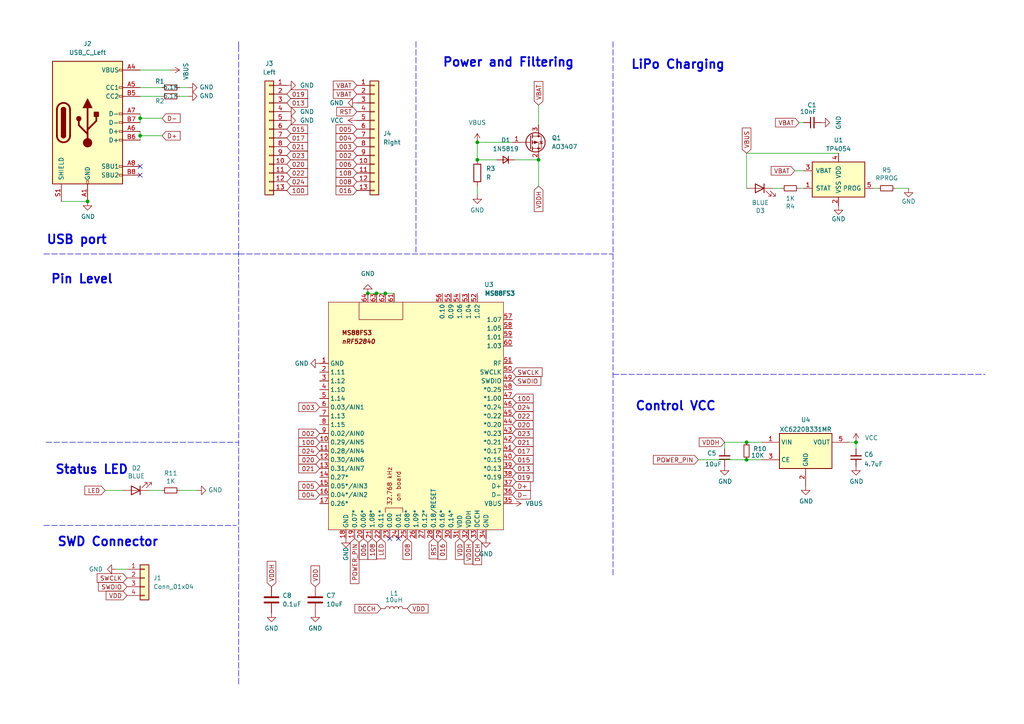
<source format=kicad_sch>
(kicad_sch (version 20211123) (generator eeschema)
  (paper "A4")
  (lib_symbols
    (symbol "Battery_Management:MCP73831-3-OT" (pin_names (offset 1.016))
      (property "Reference" "U" (at -7.62 6.35 0))
      (property "Value" "MCP73831-3-OT" (at 1.27 6.35 0))
      (symbol "MCP73831-3-OT_0_1"
        (rectangle (start -7.62 5.08) (end 7.62 -5.08) (stroke (width 0.254)) (fill (type background)))
      )
      (symbol "MCP73831-3-OT_1_1"
        (pin output line (at 10.16 -2.54 180) (length 2.54) (name "STAT") (number "1"))
        (pin power_in line (at 0 -7.62 90) (length 2.54) (name "VSS") (number "2"))
        (pin power_out line (at 10.16 2.54 180) (length 2.54) (name "VBAT") (number "3"))
        (pin power_in line (at 0 7.62 270) (length 2.54) (name "VDD") (number "4"))
        (pin input line (at -10.16 -2.54 0) (length 2.54) (name "PROG") (number "5"))
      )
    )
    (symbol "Connector:USB_C_Receptacle_USB2.0" (pin_names (offset 1.016))
      (property "Reference" "J" (at -10.16 19.05 0))
      (property "Value" "USB_C_Receptacle_USB2.0" (at 19.05 19.05 0))
      (symbol "USB_C_Receptacle_USB2.0_0_0"
        (rectangle (start -0.254 -17.78) (end 0.254 -16.764))
        (rectangle (start 10.16 -14.986) (end 9.144 -15.494))
        (rectangle (start 10.16 -12.446) (end 9.144 -12.954))
        (rectangle (start 10.16 -4.826) (end 9.144 -5.334))
        (rectangle (start 10.16 -2.286) (end 9.144 -2.794))
        (rectangle (start 10.16 0.254) (end 9.144 -0.254))
        (rectangle (start 10.16 2.794) (end 9.144 2.286))
        (rectangle (start 10.16 7.874) (end 9.144 7.366))
        (rectangle (start 10.16 10.414) (end 9.144 9.906))
        (rectangle (start 10.16 15.494) (end 9.144 14.986))
      )
      (symbol "USB_C_Receptacle_USB2.0_0_1"
        (rectangle (start -10.16 17.78) (end 10.16 -17.78) (stroke (width 0.254)) (fill (type background)))
        (arc (start -8.89 -3.81) (mid -6.985 -5.715) (end -5.08 -3.81) (stroke (width 0.508)))
        (arc (start -7.62 -3.81) (mid -6.985 -4.445) (end -6.35 -3.81) (stroke (width 0.254)))
        (arc (start -7.62 -3.81) (mid -6.985 -4.445) (end -6.35 -3.81) (stroke (width 0.254)) (fill (type outline)))
        (rectangle (start -7.62 -3.81) (end -6.35 3.81) (stroke (width 0.254)) (fill (type outline)))
        (arc (start -6.35 3.81) (mid -6.985 4.445) (end -7.62 3.81) (stroke (width 0.254)))
        (arc (start -6.35 3.81) (mid -6.985 4.445) (end -7.62 3.81) (stroke (width 0.254)) (fill (type outline)))
        (arc (start -5.08 3.81) (mid -6.985 5.715) (end -8.89 3.81) (stroke (width 0.508)))
        (circle (center -2.54 1.143) (radius 0.635) (stroke (width 0.254)) (fill (type outline)))
        (circle (center 0 -5.842) (radius 1.27) (fill (type outline)))
        (polyline (pts (xy -8.89 -3.81) (xy -8.89 3.81)) (stroke (width 0.508)))
        (polyline (pts (xy -5.08 3.81) (xy -5.08 -3.81)) (stroke (width 0.508)))
        (polyline (pts (xy 0 -5.842) (xy 0 4.318)) (stroke (width 0.508)))
        (polyline (pts (xy 0 -3.302) (xy -2.54 -0.762) (xy -2.54 0.508)) (stroke (width 0.508)))
        (polyline (pts (xy 0 -2.032) (xy 2.54 0.508) (xy 2.54 1.778)) (stroke (width 0.508)))
        (polyline (pts (xy -1.27 4.318) (xy 0 6.858) (xy 1.27 4.318) (xy -1.27 4.318)) (stroke (width 0.254)) (fill (type outline)))
        (rectangle (start 1.905 1.778) (end 3.175 3.048) (stroke (width 0.254)) (fill (type outline)))
      )
      (symbol "USB_C_Receptacle_USB2.0_1_1"
        (pin passive line (at 0 -22.86 90) (length 5.08) (name "GND") (number "A1"))
        (pin passive line (at 0 -22.86 90) (length 5.08) hide (name "GND") (number "A12"))
        (pin passive line (at 15.24 15.24 180) (length 5.08) (name "VBUS") (number "A4"))
        (pin bidirectional line (at 15.24 10.16 180) (length 5.08) (name "CC1") (number "A5"))
        (pin bidirectional line (at 15.24 -2.54 180) (length 5.08) (name "D+") (number "A6"))
        (pin bidirectional line (at 15.24 2.54 180) (length 5.08) (name "D-") (number "A7"))
        (pin bidirectional line (at 15.24 -12.7 180) (length 5.08) (name "SBU1") (number "A8"))
        (pin passive line (at 15.24 15.24 180) (length 5.08) hide (name "VBUS") (number "A9"))
        (pin passive line (at 0 -22.86 90) (length 5.08) hide (name "GND") (number "B1"))
        (pin passive line (at 0 -22.86 90) (length 5.08) hide (name "GND") (number "B12"))
        (pin passive line (at 15.24 15.24 180) (length 5.08) hide (name "VBUS") (number "B4"))
        (pin bidirectional line (at 15.24 7.62 180) (length 5.08) (name "CC2") (number "B5"))
        (pin bidirectional line (at 15.24 -5.08 180) (length 5.08) (name "D+") (number "B6"))
        (pin bidirectional line (at 15.24 0 180) (length 5.08) (name "D-") (number "B7"))
        (pin bidirectional line (at 15.24 -15.24 180) (length 5.08) (name "SBU2") (number "B8"))
        (pin passive line (at 15.24 15.24 180) (length 5.08) hide (name "VBUS") (number "B9"))
        (pin passive line (at -7.62 -22.86 90) (length 5.08) (name "SHIELD") (number "S1"))
      )
    )
    (symbol "Connector_Generic:Conn_01x04" (pin_names (offset 1.016) hide)
      (property "Reference" "J" (at 0 5.08 0))
      (property "Value" "Conn_01x04" (at 0 -7.62 0))
      (symbol "Conn_01x04_1_1"
        (rectangle (start -1.27 -4.953) (end 0 -5.207) (stroke (width 0.1524)))
        (rectangle (start -1.27 -2.413) (end 0 -2.667) (stroke (width 0.1524)))
        (rectangle (start -1.27 0.127) (end 0 -0.127) (stroke (width 0.1524)))
        (rectangle (start -1.27 2.667) (end 0 2.413) (stroke (width 0.1524)))
        (rectangle (start -1.27 3.81) (end 1.27 -6.35) (stroke (width 0.254)) (fill (type background)))
        (pin passive line (at -5.08 2.54 0) (length 3.81) (name "Pin_1") (number "1"))
        (pin passive line (at -5.08 0 0) (length 3.81) (name "Pin_2") (number "2"))
        (pin passive line (at -5.08 -2.54 0) (length 3.81) (name "Pin_3") (number "3"))
        (pin passive line (at -5.08 -5.08 0) (length 3.81) (name "Pin_4") (number "4"))
      )
    )
    (symbol "Connector_Generic:Conn_01x13" (pin_names (offset 1.016) hide)
      (property "Reference" "J" (at 0 17.78 0))
      (property "Value" "Conn_01x13" (at 0 -17.78 0))
      (symbol "Conn_01x13_1_1"
        (rectangle (start -1.27 -15.113) (end 0 -15.367) (stroke (width 0.1524)))
        (rectangle (start -1.27 -12.573) (end 0 -12.827) (stroke (width 0.1524)))
        (rectangle (start -1.27 -10.033) (end 0 -10.287) (stroke (width 0.1524)))
        (rectangle (start -1.27 -7.493) (end 0 -7.747) (stroke (width 0.1524)))
        (rectangle (start -1.27 -4.953) (end 0 -5.207) (stroke (width 0.1524)))
        (rectangle (start -1.27 -2.413) (end 0 -2.667) (stroke (width 0.1524)))
        (rectangle (start -1.27 0.127) (end 0 -0.127) (stroke (width 0.1524)))
        (rectangle (start -1.27 2.667) (end 0 2.413) (stroke (width 0.1524)))
        (rectangle (start -1.27 5.207) (end 0 4.953) (stroke (width 0.1524)))
        (rectangle (start -1.27 7.747) (end 0 7.493) (stroke (width 0.1524)))
        (rectangle (start -1.27 10.287) (end 0 10.033) (stroke (width 0.1524)))
        (rectangle (start -1.27 12.827) (end 0 12.573) (stroke (width 0.1524)))
        (rectangle (start -1.27 15.367) (end 0 15.113) (stroke (width 0.1524)))
        (rectangle (start -1.27 16.51) (end 1.27 -16.51) (stroke (width 0.254)) (fill (type background)))
        (pin passive line (at -5.08 15.24 0) (length 3.81) (name "Pin_1") (number "1"))
        (pin passive line (at -5.08 -7.62 0) (length 3.81) (name "Pin_10") (number "10"))
        (pin passive line (at -5.08 -10.16 0) (length 3.81) (name "Pin_11") (number "11"))
        (pin passive line (at -5.08 -12.7 0) (length 3.81) (name "Pin_12") (number "12"))
        (pin passive line (at -5.08 -15.24 0) (length 3.81) (name "Pin_13") (number "13"))
        (pin passive line (at -5.08 12.7 0) (length 3.81) (name "Pin_2") (number "2"))
        (pin passive line (at -5.08 10.16 0) (length 3.81) (name "Pin_3") (number "3"))
        (pin passive line (at -5.08 7.62 0) (length 3.81) (name "Pin_4") (number "4"))
        (pin passive line (at -5.08 5.08 0) (length 3.81) (name "Pin_5") (number "5"))
        (pin passive line (at -5.08 2.54 0) (length 3.81) (name "Pin_6") (number "6"))
        (pin passive line (at -5.08 0 0) (length 3.81) (name "Pin_7") (number "7"))
        (pin passive line (at -5.08 -2.54 0) (length 3.81) (name "Pin_8") (number "8"))
        (pin passive line (at -5.08 -5.08 0) (length 3.81) (name "Pin_9") (number "9"))
      )
    )
    (symbol "Device:C" (pin_numbers hide) (pin_names (offset 0.254))
      (property "Reference" "C" (at 0.635 2.54 0))
      (property "Value" "C" (at 0.635 -2.54 0))
      (symbol "C_0_1"
        (polyline (pts (xy -2.032 -0.762) (xy 2.032 -0.762)) (stroke (width 0.508)))
        (polyline (pts (xy -2.032 0.762) (xy 2.032 0.762)) (stroke (width 0.508)))
      )
      (symbol "C_1_1"
        (pin passive line (at 0 3.81 270) (length 2.794) (name "~") (number "1"))
        (pin passive line (at 0 -3.81 90) (length 2.794) (name "~") (number "2"))
      )
    )
    (symbol "Device:C_Small" (pin_numbers hide) (pin_names (offset 0.254) hide)
      (property "Reference" "C" (at 0.254 1.778 0))
      (property "Value" "C_Small" (at 0.254 -2.032 0))
      (symbol "C_Small_0_1"
        (polyline (pts (xy -1.524 -0.508) (xy 1.524 -0.508)) (stroke (width 0.3302)))
        (polyline (pts (xy -1.524 0.508) (xy 1.524 0.508)) (stroke (width 0.3048)))
      )
      (symbol "C_Small_1_1"
        (pin passive line (at 0 2.54 270) (length 2.032) (name "~") (number "1"))
        (pin passive line (at 0 -2.54 90) (length 2.032) (name "~") (number "2"))
      )
    )
    (symbol "Device:D_Small" (pin_numbers hide) (pin_names (offset 0.254) hide)
      (property "Reference" "D" (at -1.27 2.032 0))
      (property "Value" "D_Small" (at -3.81 -2.032 0))
      (symbol "D_Small_0_1"
        (polyline (pts (xy -0.762 -1.016) (xy -0.762 1.016)) (stroke (width 0.254)))
        (polyline (pts (xy -0.762 0) (xy 0.762 0)))
        (polyline (pts (xy 0.762 -1.016) (xy -0.762 0) (xy 0.762 1.016) (xy 0.762 -1.016)) (stroke (width 0.254)))
      )
      (symbol "D_Small_1_1"
        (pin passive line (at -2.54 0 0) (length 1.778) (name "K") (number "1"))
        (pin passive line (at 2.54 0 180) (length 1.778) (name "A") (number "2"))
      )
    )
    (symbol "Device:L" (pin_numbers hide) (pin_names (offset 1.016) hide)
      (property "Reference" "L" (at -1.27 0 90))
      (property "Value" "L" (at 1.905 0 90))
      (symbol "L_0_1"
        (arc (start 0 -2.54) (mid 0.635 -1.905) (end 0 -1.27))
        (arc (start 0 -1.27) (mid 0.635 -0.635) (end 0 0))
        (arc (start 0 0) (mid 0.635 0.635) (end 0 1.27))
        (arc (start 0 1.27) (mid 0.635 1.905) (end 0 2.54))
      )
      (symbol "L_1_1"
        (pin passive line (at 0 3.81 270) (length 1.27) (name "1") (number "1"))
        (pin passive line (at 0 -3.81 90) (length 1.27) (name "2") (number "2"))
      )
    )
    (symbol "Device:LED" (pin_numbers hide) (pin_names (offset 1.016) hide)
      (property "Reference" "D" (at 0 2.54 0))
      (property "Value" "LED" (at 0 -2.54 0))
      (symbol "LED_0_1"
        (polyline (pts (xy -1.27 -1.27) (xy -1.27 1.27)) (stroke (width 0.254)))
        (polyline (pts (xy -1.27 0) (xy 1.27 0)))
        (polyline (pts (xy 1.27 -1.27) (xy 1.27 1.27) (xy -1.27 0) (xy 1.27 -1.27)) (stroke (width 0.254)))
        (polyline (pts (xy -3.048 -0.762) (xy -4.572 -2.286) (xy -3.81 -2.286) (xy -4.572 -2.286) (xy -4.572 -1.524)))
        (polyline (pts (xy -1.778 -0.762) (xy -3.302 -2.286) (xy -2.54 -2.286) (xy -3.302 -2.286) (xy -3.302 -1.524)))
      )
      (symbol "LED_1_1"
        (pin passive line (at -3.81 0 0) (length 2.54) (name "K") (number "1"))
        (pin passive line (at 3.81 0 180) (length 2.54) (name "A") (number "2"))
      )
    )
    (symbol "Device:R" (pin_numbers hide) (pin_names (offset 0))
      (property "Reference" "R" (at 2.032 0 90))
      (property "Value" "R" (at 0 0 90))
      (symbol "R_0_1"
        (rectangle (start -1.016 -2.54) (end 1.016 2.54) (stroke (width 0.254)))
      )
      (symbol "R_1_1"
        (pin passive line (at 0 3.81 270) (length 1.27) (name "~") (number "1"))
        (pin passive line (at 0 -3.81 90) (length 1.27) (name "~") (number "2"))
      )
    )
    (symbol "Device:R_Small" (pin_numbers hide) (pin_names (offset 0.254) hide)
      (property "Reference" "R" (at 0.762 0.508 0))
      (property "Value" "R_Small" (at 0.762 -1.016 0))
      (symbol "R_Small_0_1"
        (rectangle (start -0.762 1.778) (end 0.762 -1.778) (stroke (width 0.2032)))
      )
      (symbol "R_Small_1_1"
        (pin passive line (at 0 2.54 270) (length 0.762) (name "~") (number "1"))
        (pin passive line (at 0 -2.54 90) (length 0.762) (name "~") (number "2"))
      )
    )
    (symbol "Regulator_Linear:XC6220B331MR"
      (property "Reference" "U" (at 0 8.89 0))
      (property "Value" "XC6220B331MR" (at 0 6.35 0))
      (symbol "XC6220B331MR_0_1"
        (rectangle (start -7.62 5.08) (end 7.62 -5.08) (stroke (width 0.254)) (fill (type background)))
      )
      (symbol "XC6220B331MR_1_1"
        (pin power_in line (at -12.7 2.54 0) (length 5.08) (name "VIN") (number "1"))
        (pin power_in line (at 0 -10.16 90) (length 5.08) (name "GND") (number "2"))
        (pin input line (at -12.7 -2.54 0) (length 5.08) (name "CE") (number "3"))
        (pin no_connect line (at 7.62 -2.54 180) (length 5.08) hide (name "NC") (number "4"))
        (pin power_out line (at 12.7 2.54 180) (length 5.08) (name "VOUT") (number "5"))
      )
    )
    (symbol "Transistor_FET:AO3401A" (pin_names hide)
      (property "Reference" "Q" (at 5.08 1.905 0))
      (property "Value" "AO3401A" (at 5.08 0 0))
      (symbol "AO3401A_0_1"
        (polyline (pts (xy 0.254 0) (xy -2.54 0)))
        (polyline (pts (xy 0.254 1.905) (xy 0.254 -1.905)) (stroke (width 0.254)))
        (polyline (pts (xy 0.762 -1.27) (xy 0.762 -2.286)) (stroke (width 0.254)))
        (polyline (pts (xy 0.762 0.508) (xy 0.762 -0.508)) (stroke (width 0.254)))
        (polyline (pts (xy 0.762 2.286) (xy 0.762 1.27)) (stroke (width 0.254)))
        (polyline (pts (xy 2.54 2.54) (xy 2.54 1.778)))
        (polyline (pts (xy 2.54 -2.54) (xy 2.54 0) (xy 0.762 0)))
        (polyline (pts (xy 0.762 1.778) (xy 3.302 1.778) (xy 3.302 -1.778) (xy 0.762 -1.778)))
        (polyline (pts (xy 2.286 0) (xy 1.27 0.381) (xy 1.27 -0.381) (xy 2.286 0)) (fill (type outline)))
        (polyline (pts (xy 2.794 -0.508) (xy 2.921 -0.381) (xy 3.683 -0.381) (xy 3.81 -0.254)))
        (polyline (pts (xy 3.302 -0.381) (xy 2.921 0.254) (xy 3.683 0.254) (xy 3.302 -0.381)))
        (circle (center 1.651 0) (radius 2.794) (stroke (width 0.254)))
        (circle (center 2.54 -1.778) (radius 0.254) (fill (type outline)))
        (circle (center 2.54 1.778) (radius 0.254) (fill (type outline)))
      )
      (symbol "AO3401A_1_1"
        (pin input line (at -5.08 0 0) (length 2.54) (name "G") (number "1"))
        (pin passive line (at 2.54 -5.08 90) (length 2.54) (name "S") (number "2"))
        (pin passive line (at 2.54 5.08 270) (length 2.54) (name "D") (number "3"))
      )
    )
    (symbol "keeb_parts:R_Small" (pin_numbers hide) (pin_names (offset 0.254) hide)
      (property "Reference" "R" (at 0.762 0.508 0))
      (property "Value" "keeb_parts_R_Small" (at 0.762 -1.016 0))
      (symbol "R_Small_0_1"
        (rectangle (start -0.762 1.778) (end 0.762 -1.778) (stroke (width 0.2032)))
      )
      (symbol "R_Small_1_1"
        (pin passive line (at 0 2.54 270) (length 0.762) (name "~") (number "1"))
        (pin passive line (at 0 -2.54 90) (length 0.762) (name "~") (number "2"))
      )
    )
    (symbol "keeb_power:GND" (power) (pin_names (offset 0))
      (property "Value" "keeb_power_GND" (at 0 -3.81 0))
      (symbol "GND_0_1"
        (polyline (pts (xy 0 0) (xy 0 -1.27) (xy 1.27 -1.27) (xy 0 -2.54) (xy -1.27 -1.27) (xy 0 -1.27)))
      )
      (symbol "GND_1_1"
        (pin power_in line (at 0 0 270) (length 0) hide (name "GND") (number "1"))
      )
    )
    (symbol "keeb_power:VBUS" (power) (pin_names (offset 0))
      (property "Value" "keeb_power_VBUS" (at 0 3.81 0))
      (symbol "VBUS_0_1"
        (polyline (pts (xy -0.762 1.27) (xy 0 2.54)))
        (polyline (pts (xy 0 0) (xy 0 2.54)))
        (polyline (pts (xy 0 2.54) (xy 0.762 1.27)))
      )
      (symbol "VBUS_1_1"
        (pin power_in line (at 0 0 90) (length 0) hide (name "VBUS") (number "1"))
      )
    )
    (symbol "kien242:MS88FS3"
      (property "Reference" "U" (at 0 0 0))
      (property "Value" "MS88FS3" (at 0 2.54 0))
      (symbol "MS88FS3_0_0"
        (polyline (pts (xy -16.51 33.02) (xy -16.51 27.94) (xy -3.81 27.94) (xy -3.81 33.02)))
        (polyline (pts (xy -8.89 -27.94) (xy -8.89 -26.67) (xy -3.81 -26.67) (xy -3.81 -27.94)))
        (text "32.768 kHz" (at -7.62 -20.32 900) (effects (font (size 1.27 1.27))))
        (text "MS88FS3" (at -21.59 24.13 0) (effects (font (size 1.27 1.27) bold) (justify left)))
        (text "nRF52840" (at -21.59 21.59 0) (effects (font (size 1.27 1.27) bold italic) (justify left)))
        (text "on board" (at -5.08 -20.32 900) (effects (font (size 1.27 1.27))))
      )
      (symbol "MS88FS3_0_1"
        (rectangle (start -25.4 33.02) (end 25.4 -33.02) (fill (type background)))
      )
      (symbol "MS88FS3_1_1"
        (pin input line (at -27.94 15.24 0) (length 2.54) (name "GND") (number "1"))
        (pin input line (at -27.94 -7.62 0) (length 2.54) (name "0.29/AIN5") (number "10"))
        (pin input line (at -27.94 -10.16 0) (length 2.54) (name "0.28/AIN4") (number "11"))
        (pin input line (at -27.94 -12.7 0) (length 2.54) (name "0.30/AIN6") (number "12"))
        (pin input line (at -27.94 -15.24 0) (length 2.54) (name "0.31/AIN7") (number "13"))
        (pin input line (at -27.94 -17.78 0) (length 2.54) (name "0.27*") (number "14"))
        (pin input line (at -27.94 -20.32 0) (length 2.54) (name "0.05*/AIN3") (number "15"))
        (pin input line (at -27.94 -22.86 0) (length 2.54) (name "0.04*/AIN2") (number "16"))
        (pin input line (at -27.94 -25.4 0) (length 2.54) (name "0.26*") (number "17"))
        (pin input line (at -20.32 -35.56 90) (length 2.54) (name "GND") (number "18"))
        (pin input line (at -17.78 -35.56 90) (length 2.54) (name "0.07*") (number "19"))
        (pin input line (at -27.94 12.7 0) (length 2.54) (name "1.11") (number "2"))
        (pin input line (at -15.24 -35.56 90) (length 2.54) (name "0.06*") (number "20"))
        (pin input line (at -12.7 -35.56 90) (length 2.54) (name "1.08*") (number "21"))
        (pin input line (at -10.16 -35.56 90) (length 2.54) (name "0.11*") (number "22"))
        (pin input line (at -7.62 -35.56 90) (length 2.54) (name "0.00") (number "23"))
        (pin input line (at -5.08 -35.56 90) (length 2.54) (name "0.01") (number "24"))
        (pin input line (at -2.54 -35.56 90) (length 2.54) (name "0.08*") (number "25"))
        (pin input line (at 0 -35.56 90) (length 2.54) (name "1.09*") (number "26"))
        (pin input line (at 2.54 -35.56 90) (length 2.54) (name "0.12*") (number "27"))
        (pin input line (at 5.08 -35.56 90) (length 2.54) (name "0.18/RESET") (number "28"))
        (pin input line (at 7.62 -35.56 90) (length 2.54) (name "0.16*") (number "29"))
        (pin input line (at -27.94 10.16 0) (length 2.54) (name "1.12") (number "3"))
        (pin input line (at 10.16 -35.56 90) (length 2.54) (name "0.14*") (number "30"))
        (pin input line (at 12.7 -35.56 90) (length 2.54) (name "VDD") (number "31"))
        (pin input line (at 15.24 -35.56 90) (length 2.54) (name "VDDH") (number "32"))
        (pin input line (at 17.78 -35.56 90) (length 2.54) (name "DCCH") (number "33"))
        (pin input line (at 20.32 -35.56 90) (length 2.54) (name "GND") (number "34"))
        (pin input line (at 27.94 -25.4 180) (length 2.54) (name "VBUS") (number "35"))
        (pin input line (at 27.94 -22.86 180) (length 2.54) (name "D-") (number "36"))
        (pin input line (at 27.94 -20.32 180) (length 2.54) (name "D+") (number "37"))
        (pin input line (at 27.94 -17.78 180) (length 2.54) (name "*0.19") (number "38"))
        (pin input line (at 27.94 -15.24 180) (length 2.54) (name "*0.13") (number "39"))
        (pin input line (at -27.94 7.62 0) (length 2.54) (name "1.10") (number "4"))
        (pin input line (at 27.94 -12.7 180) (length 2.54) (name "*0.15") (number "40"))
        (pin input line (at 27.94 -10.16 180) (length 2.54) (name "*0.17") (number "41"))
        (pin input line (at 27.94 -7.62 180) (length 2.54) (name "*0.21") (number "42"))
        (pin input line (at 27.94 -5.08 180) (length 2.54) (name "*0.23") (number "43"))
        (pin input line (at 27.94 -2.54 180) (length 2.54) (name "*0.20") (number "44"))
        (pin input line (at 27.94 0 180) (length 2.54) (name "*0.22") (number "45"))
        (pin input line (at 27.94 2.54 180) (length 2.54) (name "*0.24") (number "46"))
        (pin input line (at 27.94 5.08 180) (length 2.54) (name "*1.00") (number "47"))
        (pin input line (at 27.94 7.62 180) (length 2.54) (name "*0.25") (number "48"))
        (pin input line (at 27.94 10.16 180) (length 2.54) (name "SWDIO") (number "49"))
        (pin input line (at -27.94 5.08 0) (length 2.54) (name "1.14") (number "5"))
        (pin input line (at 27.94 12.7 180) (length 2.54) (name "SWCLK") (number "50"))
        (pin input line (at 27.94 15.24 180) (length 2.54) (name "RF") (number "51"))
        (pin input line (at 17.78 35.56 270) (length 2.54) (name "1.02") (number "52"))
        (pin input line (at 15.24 35.56 270) (length 2.54) (name "1.04") (number "53"))
        (pin input line (at 12.7 35.56 270) (length 2.54) (name "1.06") (number "54"))
        (pin input line (at 10.16 35.56 270) (length 2.54) (name "0.09") (number "55"))
        (pin input line (at 7.62 35.56 270) (length 2.54) (name "0.10") (number "56"))
        (pin input line (at 27.94 27.94 180) (length 2.54) (name "1.07") (number "57"))
        (pin input line (at 27.94 25.4 180) (length 2.54) (name "1.05") (number "58"))
        (pin input line (at 27.94 22.86 180) (length 2.54) (name "1.01") (number "59"))
        (pin input line (at -27.94 2.54 0) (length 2.54) (name "0.03/AIN1") (number "6"))
        (pin input line (at 27.94 20.32 180) (length 2.54) (name "1.03") (number "60"))
        (pin input line (at -6.35 35.56 270) (length 2.54) (name "") (number "61"))
        (pin input line (at -8.89 35.56 270) (length 2.54) (name "") (number "62"))
        (pin input line (at -11.43 35.56 270) (length 2.54) (name "") (number "63"))
        (pin input line (at -13.97 35.56 270) (length 2.54) (name "") (number "64"))
        (pin input line (at -27.94 0 0) (length 2.54) (name "1.13") (number "7"))
        (pin input line (at -27.94 -2.54 0) (length 2.54) (name "1.15") (number "8"))
        (pin input line (at -27.94 -5.08 0) (length 2.54) (name "0.02/AIN0") (number "9"))
      )
    )
    (symbol "power:GND" (power) (pin_names (offset 0))
      (property "Value" "GND" (at 0 -3.81 0))
      (symbol "GND_0_1"
        (polyline (pts (xy 0 0) (xy 0 -1.27) (xy 1.27 -1.27) (xy 0 -2.54) (xy -1.27 -1.27) (xy 0 -1.27)))
      )
      (symbol "GND_1_1"
        (pin power_in line (at 0 0 270) (length 0) hide (name "GND") (number "1"))
      )
    )
    (symbol "power:VBUS" (power) (pin_names (offset 0))
      (property "Value" "VBUS" (at 0 3.81 0))
      (symbol "VBUS_0_1"
        (polyline (pts (xy -0.762 1.27) (xy 0 2.54)))
        (polyline (pts (xy 0 0) (xy 0 2.54)))
        (polyline (pts (xy 0 2.54) (xy 0.762 1.27)))
      )
      (symbol "VBUS_1_1"
        (pin power_in line (at 0 0 90) (length 0) hide (name "VBUS") (number "1"))
      )
    )
    (symbol "power:VCC" (power) (pin_names (offset 0))
      (property "Value" "VCC" (at 0 3.81 0))
      (symbol "VCC_0_1"
        (polyline (pts (xy -0.762 1.27) (xy 0 2.54)))
        (polyline (pts (xy 0 0) (xy 0 2.54)))
        (polyline (pts (xy 0 2.54) (xy 0.762 1.27)))
      )
      (symbol "VCC_1_1"
        (pin power_in line (at 0 0 90) (length 0) hide (name "VCC") (number "1"))
      )
    )
  )
  (junction (at 156.21 46.355))
  (junction (at 25.4 58.42))
  (junction (at 216.535 128.27))
  (junction (at 109.22 85.09))
  (junction (at 138.43 41.275))
  (junction (at 216.535 133.35))
  (junction (at 248.285 128.27))
  (junction (at 40.64 39.37))
  (junction (at 138.43 46.355))
  (junction (at 40.64 34.29))
  (junction (at 111.76 85.09))
  (junction (at 106.68 85.09))
  (no_connect (at 40.64 50.8))
  (no_connect (at 113.03 156.21))
  (no_connect (at 115.57 156.21))
  (no_connect (at 40.64 48.26))
  (wire (pts (xy 40.64 27.94) (xy 46.99 27.94)))
  (wire (pts (xy 202.565 133.35) (xy 216.535 133.35)))
  (polyline (pts (xy 12.7 73.66) (xy 69.215 73.66)))
  (wire (pts (xy 224.155 54.61) (xy 226.695 54.61)))
  (wire (pts (xy 30.48 142.24) (xy 35.56 142.24)))
  (wire (pts (xy 52.07 142.24) (xy 57.15 142.24)))
  (wire (pts (xy 156.21 53.975) (xy 156.21 46.355)))
  (wire (pts (xy 216.535 128.27) (xy 220.98 128.27)))
  (wire (pts (xy 43.18 142.24) (xy 46.99 142.24)))
  (wire (pts (xy 216.535 44.45) (xy 216.535 54.61)))
  (wire (pts (xy 54.61 27.94) (xy 52.07 27.94)))
  (polyline (pts (xy 69.215 73.66) (xy 177.8 73.66)))
  (wire (pts (xy 231.775 54.61) (xy 233.045 54.61)))
  (polyline (pts (xy 12.7 152.4) (xy 68.58 152.4)))
  (wire (pts (xy 259.715 54.61) (xy 263.525 54.61)))
  (wire (pts (xy 40.64 38.1) (xy 40.64 39.37)))
  (wire (pts (xy 40.64 39.37) (xy 46.99 39.37)))
  (wire (pts (xy 40.64 34.29) (xy 40.64 35.56)))
  (wire (pts (xy 138.43 41.275) (xy 148.59 41.275)))
  (wire (pts (xy 40.64 33.02) (xy 40.64 34.29)))
  (polyline (pts (xy 13.335 128.27) (xy 69.215 128.27)))
  (wire (pts (xy 17.78 58.42) (xy 25.4 58.42)))
  (wire (pts (xy 40.64 34.29) (xy 46.99 34.29)))
  (wire (pts (xy 40.64 20.32) (xy 49.53 20.32)))
  (wire (pts (xy 216.535 44.45) (xy 243.205 44.45)))
  (wire (pts (xy 106.68 85.09) (xy 109.22 85.09)))
  (wire (pts (xy 138.43 56.515) (xy 138.43 53.975)))
  (polyline (pts (xy 69.215 13.335) (xy 69.215 167.005)))
  (wire (pts (xy 253.365 54.61) (xy 254.635 54.61)))
  (wire (pts (xy 40.64 39.37) (xy 40.64 40.64)))
  (polyline (pts (xy 177.8 108.585) (xy 285.75 108.585)))
  (polyline (pts (xy 120.65 12.065) (xy 120.65 73.66)))
  (wire (pts (xy 248.285 128.27) (xy 248.285 130.175)))
  (wire (pts (xy 231.775 35.56) (xy 233.045 35.56)))
  (wire (pts (xy 230.505 49.53) (xy 233.045 49.53)))
  (polyline (pts (xy 69.215 12.065) (xy 69.215 13.335)))
  (wire (pts (xy 246.38 128.27) (xy 248.285 128.27)))
  (wire (pts (xy 210.185 128.27) (xy 210.185 130.175)))
  (wire (pts (xy 156.21 30.48) (xy 156.21 36.195)))
  (wire (pts (xy 138.43 41.275) (xy 138.43 46.355)))
  (wire (pts (xy 111.76 85.09) (xy 114.3 85.09)))
  (polyline (pts (xy 69.215 167.005) (xy 69.215 198.755)))
  (wire (pts (xy 33.655 165.1) (xy 36.83 165.1)))
  (wire (pts (xy 138.43 46.355) (xy 144.145 46.355)))
  (polyline (pts (xy 177.8 73.66) (xy 177.8 167.005)))
  (polyline (pts (xy 177.8 12.065) (xy 177.8 73.66)))
  (wire (pts (xy 52.07 25.4) (xy 54.61 25.4)))
  (wire (pts (xy 149.225 46.355) (xy 156.21 46.355)))
  (wire (pts (xy 109.22 85.09) (xy 111.76 85.09)))
  (wire (pts (xy 216.535 133.35) (xy 220.98 133.35)))
  (wire (pts (xy 40.64 25.4) (xy 46.99 25.4)))
  (wire (pts (xy 210.185 128.27) (xy 216.535 128.27)))
  (text "Power and Filtering" (at 128.27 19.685 0) (effects (font (size 2.54 2.54) (thickness 0.508) bold) (justify left bottom)))
  (text "Status LED" (at 15.875 137.795 0) (effects (font (size 2.54 2.54) (thickness 0.508) bold) (justify left bottom)))
  (text "LiPo Charging\n" (at 182.88 20.32 0) (effects (font (size 2.54 2.54) (thickness 0.508) bold) (justify left bottom)))
  (text "Control VCC\n" (at 184.15 119.38 0) (effects (font (size 2.54 2.54) (thickness 0.508) bold) (justify left bottom)))
  (text "Pin Level" (at 14.605 82.55 0) (effects (font (size 2.54 2.54) (thickness 0.508) bold) (justify left bottom)))
  (text "SWD Connector" (at 16.51 158.75 0) (effects (font (size 2.54 2.54) (thickness 0.508) bold) (justify left bottom)))
  (text "USB port\n" (at 13.335 71.12 0) (effects (font (size 2.54 2.54) (thickness 0.508) bold) (justify left bottom)))
  (global_label "020" (shape input) (at 83.185 47.625 0) (property "Intersheet References" "${INTERSHEET_REFS}" (effects hide)))
  (global_label "D+" (shape input) (at 148.59 140.97 0) (property "Intersheet References" "${INTERSHEET_REFS}" (effects hide)))
  (global_label "003" (shape input) (at 92.71 118.11 180) (property "Intersheet References" "${INTERSHEET_REFS}" (effects hide)))
  (global_label "LED" (shape input) (at 30.48 142.24 180) (property "Intersheet References" "${INTERSHEET_REFS}" (effects hide)))
  (global_label "002" (shape input) (at 103.505 45.085 180) (property "Intersheet References" "${INTERSHEET_REFS}" (effects hide)))
  (global_label "RST" (shape input) (at 125.73 156.21 270) (property "Intersheet References" "${INTERSHEET_REFS}" (effects hide)))
  (global_label "004" (shape input) (at 92.71 143.51 180) (property "Intersheet References" "${INTERSHEET_REFS}" (effects hide)))
  (global_label "020" (shape input) (at 92.71 133.35 180) (property "Intersheet References" "${INTERSHEET_REFS}" (effects hide)))
  (global_label "006" (shape input) (at 105.41 156.21 270) (property "Intersheet References" "${INTERSHEET_REFS}" (effects hide)))
  (global_label "VBAT" (shape input) (at 103.505 27.305 180) (property "Intersheet References" "${INTERSHEET_REFS}" (effects hide)))
  (global_label "POWER_PIN" (shape input) (at 102.87 156.21 270) (property "Intersheet References" "${INTERSHEET_REFS}" (effects hide)))
  (global_label "004" (shape input) (at 103.505 40.005 180) (property "Intersheet References" "${INTERSHEET_REFS}" (effects hide)))
  (global_label "019" (shape input) (at 148.59 138.43 0) (property "Intersheet References" "${INTERSHEET_REFS}" (effects hide)))
  (global_label "005" (shape input) (at 92.71 140.97 180) (property "Intersheet References" "${INTERSHEET_REFS}" (effects hide)))
  (global_label "015" (shape input) (at 83.185 37.465 0) (property "Intersheet References" "${INTERSHEET_REFS}" (effects hide)))
  (global_label "015" (shape input) (at 148.59 133.35 0) (property "Intersheet References" "${INTERSHEET_REFS}" (effects hide)))
  (global_label "SWCLK" (shape input) (at 148.59 107.95 0) (property "Intersheet References" "${INTERSHEET_REFS}" (effects hide)))
  (global_label "022" (shape input) (at 83.185 50.165 0) (property "Intersheet References" "${INTERSHEET_REFS}" (effects hide)))
  (global_label "RST" (shape input) (at 103.505 32.385 180) (property "Intersheet References" "${INTERSHEET_REFS}" (effects hide)))
  (global_label "019" (shape input) (at 83.185 27.305 0) (property "Intersheet References" "${INTERSHEET_REFS}" (effects hide)))
  (global_label "VBUS" (shape input) (at 216.535 44.45 90) (property "Intersheet References" "${INTERSHEET_REFS}" (effects hide)))
  (global_label "VDDH" (shape input) (at 135.89 156.21 270) (property "Intersheet References" "${INTERSHEET_REFS}" (effects hide)))
  (global_label "017" (shape input) (at 148.59 130.81 0) (property "Intersheet References" "${INTERSHEET_REFS}" (effects hide)))
  (global_label "VDDH" (shape input) (at 156.21 53.975 270) (property "Intersheet References" "${INTERSHEET_REFS}" (effects hide)))
  (global_label "023" (shape input) (at 83.185 45.085 0) (property "Intersheet References" "${INTERSHEET_REFS}" (effects hide)))
  (global_label "VBAT" (shape input) (at 230.505 49.53 180) (property "Intersheet References" "${INTERSHEET_REFS}" (effects hide)))
  (global_label "002" (shape input) (at 92.71 125.73 180) (property "Intersheet References" "${INTERSHEET_REFS}" (effects hide)))
  (global_label "017" (shape input) (at 83.185 40.005 0) (property "Intersheet References" "${INTERSHEET_REFS}" (effects hide)))
  (global_label "VDD" (shape input) (at 118.11 176.53 0) (property "Intersheet References" "${INTERSHEET_REFS}" (effects hide)))
  (global_label "VBAT" (shape input) (at 103.505 24.765 180) (property "Intersheet References" "${INTERSHEET_REFS}" (effects hide)))
  (global_label "SWDIO" (shape input) (at 36.83 170.18 180) (property "Intersheet References" "${INTERSHEET_REFS}" (effects hide)))
  (global_label "100" (shape input) (at 92.71 128.27 180) (property "Intersheet References" "${INTERSHEET_REFS}" (effects hide)))
  (global_label "VDD" (shape input) (at 91.44 170.18 90) (property "Intersheet References" "${INTERSHEET_REFS}" (effects hide)))
  (global_label "D-" (shape input) (at 148.59 143.51 0) (property "Intersheet References" "${INTERSHEET_REFS}" (effects hide)))
  (global_label "024" (shape input) (at 83.185 52.705 0) (property "Intersheet References" "${INTERSHEET_REFS}" (effects hide)))
  (global_label "020" (shape input) (at 148.59 123.19 0) (property "Intersheet References" "${INTERSHEET_REFS}" (effects hide)))
  (global_label "108" (shape input) (at 107.95 156.21 270) (property "Intersheet References" "${INTERSHEET_REFS}" (effects hide)))
  (global_label "VBAT" (shape input) (at 231.775 35.56 180) (property "Intersheet References" "${INTERSHEET_REFS}" (effects hide)))
  (global_label "023" (shape input) (at 148.59 125.73 0) (property "Intersheet References" "${INTERSHEET_REFS}" (effects hide)))
  (global_label "013" (shape input) (at 83.185 29.845 0) (property "Intersheet References" "${INTERSHEET_REFS}" (effects hide)))
  (global_label "024" (shape input) (at 148.59 118.11 0) (property "Intersheet References" "${INTERSHEET_REFS}" (effects hide)))
  (global_label "D-" (shape input) (at 46.99 34.29 0) (property "Intersheet References" "${INTERSHEET_REFS}" (effects hide)))
  (global_label "024" (shape input) (at 92.71 130.81 180) (property "Intersheet References" "${INTERSHEET_REFS}" (effects hide)))
  (global_label "DCCH" (shape input) (at 138.43 156.21 270) (property "Intersheet References" "${INTERSHEET_REFS}" (effects hide)))
  (global_label "021" (shape input) (at 92.71 135.89 180) (property "Intersheet References" "${INTERSHEET_REFS}" (effects hide)))
  (global_label "003" (shape input) (at 103.505 42.545 180) (property "Intersheet References" "${INTERSHEET_REFS}" (effects hide)))
  (global_label "100" (shape input) (at 148.59 115.57 0) (property "Intersheet References" "${INTERSHEET_REFS}" (effects hide)))
  (global_label "008" (shape input) (at 118.11 156.21 270) (property "Intersheet References" "${INTERSHEET_REFS}" (effects hide)))
  (global_label "VDDH" (shape input) (at 210.185 128.27 180) (property "Intersheet References" "${INTERSHEET_REFS}" (effects hide)))
  (global_label "VDD" (shape input) (at 36.83 172.72 180) (property "Intersheet References" "${INTERSHEET_REFS}" (effects hide)))
  (global_label "100" (shape input) (at 83.185 55.245 0) (property "Intersheet References" "${INTERSHEET_REFS}" (effects hide)))
  (global_label "D+" (shape input) (at 46.99 39.37 0) (property "Intersheet References" "${INTERSHEET_REFS}" (effects hide)))
  (global_label "005" (shape input) (at 103.505 37.465 180) (property "Intersheet References" "${INTERSHEET_REFS}" (effects hide)))
  (global_label "POWER_PIN" (shape input) (at 202.565 133.35 180) (property "Intersheet References" "${INTERSHEET_REFS}" (effects hide)))
  (global_label "016" (shape input) (at 103.505 55.245 180) (property "Intersheet References" "${INTERSHEET_REFS}" (effects hide)))
  (global_label "013" (shape input) (at 148.59 135.89 0) (property "Intersheet References" "${INTERSHEET_REFS}" (effects hide)))
  (global_label "SWCLK" (shape input) (at 36.83 167.64 180) (property "Intersheet References" "${INTERSHEET_REFS}" (effects hide)))
  (global_label "108" (shape input) (at 103.505 50.165 180) (property "Intersheet References" "${INTERSHEET_REFS}" (effects hide)))
  (global_label "LED" (shape input) (at 110.49 156.21 270) (property "Intersheet References" "${INTERSHEET_REFS}" (effects hide)))
  (global_label "021" (shape input) (at 83.185 42.545 0) (property "Intersheet References" "${INTERSHEET_REFS}" (effects hide)))
  (global_label "022" (shape input) (at 148.59 120.65 0) (property "Intersheet References" "${INTERSHEET_REFS}" (effects hide)))
  (global_label "SWDIO" (shape input) (at 148.59 110.49 0) (property "Intersheet References" "${INTERSHEET_REFS}" (effects hide)))
  (global_label "006" (shape input) (at 103.505 47.625 180) (property "Intersheet References" "${INTERSHEET_REFS}" (effects hide)))
  (global_label "VDD" (shape input) (at 133.35 156.21 270) (property "Intersheet References" "${INTERSHEET_REFS}" (effects hide)))
  (global_label "VDDH" (shape input) (at 78.74 170.18 90) (property "Intersheet References" "${INTERSHEET_REFS}" (effects hide)))
  (global_label "021" (shape input) (at 148.59 128.27 0) (property "Intersheet References" "${INTERSHEET_REFS}" (effects hide)))
  (global_label "DCCH" (shape input) (at 110.49 176.53 180) (property "Intersheet References" "${INTERSHEET_REFS}" (effects hide)))
  (global_label "VBAT" (shape input) (at 156.21 30.48 90) (property "Intersheet References" "${INTERSHEET_REFS}" (effects hide)))
  (global_label "016" (shape input) (at 128.27 156.21 270) (property "Intersheet References" "${INTERSHEET_REFS}" (effects hide)))
  (global_label "008" (shape input) (at 103.505 52.705 180) (property "Intersheet References" "${INTERSHEET_REFS}" (effects hide)))
  (symbol (lib_id "keeb_parts:R_Small") (at 49.53 25.4 90) (mirror x) (unit 1)
    (property "Reference" "R1" (at 46.355 23.5966 90))
    (property "Value" "5.1K" (at 49.53 25.273 90))
    (property "Footprint" "Resistor_SMD:R_0402_1005Metric" (effects hide))
  )
  (symbol (lib_id "power:GND") (at 106.68 85.09 180) (unit 1)
    (property "Reference" "#PWR0116" (effects hide))
    (property "Value" "GND" (at 106.68 79.375 0))
  )
  (symbol (lib_id "Device:C_Small") (at 210.185 132.715 180) (unit 1)
    (property "Reference" "C5" (at 205.105 131.445 0) (effects (justify right)))
    (property "Value" "10uF" (at 204.47 134.62 0) (effects (justify right)))
    (property "Footprint" "Capacitor_SMD:C_0402_1005Metric" (effects hide))
    (property "LCSC Part" "C19702" (effects hide))
    (property "Manufacturer Part" "CL10A106KP8NNNC" (effects hide))
    (property "JLC Part" "C19702" (effects hide))
  )
  (symbol (lib_id "Connector_Generic:Conn_01x13") (at 78.105 40.005 0) (mirror y) (unit 1)
    (property "Reference" "J3" (at 78.105 18.415 0))
    (property "Value" "Left" (at 78.105 20.955 0))
    (property "Footprint" "Kimiro-library:Conn_1x13_P2.54mm" (effects hide))
  )
  (symbol (lib_id "power:GND") (at 138.43 56.515 0) (unit 1)
    (property "Reference" "#PWR0105" (effects hide))
    (property "Value" "GND" (at 138.43 60.96 0))
  )
  (symbol (lib_id "Device:L") (at 114.3 176.53 90) (unit 1)
    (property "Reference" "L1" (at 115.57 172.085 90) (effects (justify left)))
    (property "Value" "10uH" (at 116.84 173.99 90) (effects (justify left)))
    (property "Footprint" "Inductor_SMD:L_0603_1608Metric" (effects hide))
  )
  (symbol (lib_id "keeb_power:GND") (at 54.61 25.4 90) (unit 1)
    (property "Reference" "#PWR0126" (effects hide))
    (property "Value" "GND" (at 57.8612 25.273 90) (effects (justify right)))
  )
  (symbol (lib_id "power:GND") (at 57.15 142.24 90) (unit 1)
    (property "Reference" "#PWR0118" (effects hide))
    (property "Value" "GND" (at 60.4012 142.113 90) (effects (justify right)))
  )
  (symbol (lib_id "Device:R") (at 138.43 50.165 0) (unit 1)
    (property "Reference" "R3" (at 140.97 48.8949 0) (effects (justify left)))
    (property "Value" "R" (at 140.97 51.4349 0) (effects (justify left)))
    (property "Footprint" "Resistor_SMD:R_0402_1005Metric" (effects hide))
  )
  (symbol (lib_id "Device:R_Small") (at 229.235 54.61 90) (mirror x) (unit 1)
    (property "Reference" "R4" (at 229.235 59.8678 90))
    (property "Value" "1K" (at 229.235 57.5564 90))
    (property "Footprint" "Resistor_SMD:R_0402_1005Metric" (effects hide))
  )
  (symbol (lib_id "power:GND") (at 140.97 156.21 0) (unit 1)
    (property "Reference" "#PWR0133" (effects hide))
    (property "Value" "GND" (at 140.97 160.655 0))
  )
  (symbol (lib_id "power:GND") (at 238.125 35.56 90) (unit 1)
    (property "Reference" "#PWR0111" (effects hide))
    (property "Value" "GND" (at 243.205 35.56 0))
  )
  (symbol (lib_id "Device:LED") (at 220.345 54.61 0) (mirror y) (unit 1)
    (property "Reference" "D3" (at 220.5228 61.087 0))
    (property "Value" "BLUE" (at 220.5228 58.7756 0))
    (property "Footprint" "LED_SMD:LED_0603_1608Metric" (effects hide))
    (property "LCSC Part Number" "C375446" (effects hide))
    (property "LCSC" "C375446" (effects hide))
  )
  (symbol (lib_id "Device:R_Small") (at 257.175 54.61 90) (mirror x) (unit 1)
    (property "Reference" "R5" (at 257.175 49.3522 90))
    (property "Value" "RPROG" (at 257.175 51.6636 90))
    (property "Footprint" "Resistor_SMD:R_0402_1005Metric" (effects hide))
  )
  (symbol (lib_id "power:GND") (at 103.505 29.845 270) (unit 1)
    (property "Reference" "#PWR0113" (effects hide))
    (property "Value" "GND" (at 99.695 29.8449 90) (effects (justify right)))
  )
  (symbol (lib_id "kien242:MS88FS3") (at 120.65 120.65 0) (unit 1)
    (property "Reference" "U3" (at 140.4494 82.55 0) (effects (justify left)))
    (property "Value" "MS88FS3" (at 140.4494 85.09 0) (effects (font bold) (justify left)))
    (property "Footprint" "kien242:MS88SF3-nRF52840" (effects hide))
  )
  (symbol (lib_id "Device:R_Small") (at 216.535 130.81 0) (unit 1)
    (property "Reference" "R10" (at 218.44 130.175 0) (effects (justify left)))
    (property "Value" "10K" (at 217.805 132.08 0) (effects (justify left)))
    (property "Footprint" "Resistor_SMD:R_0402_1005Metric" (effects hide))
    (property "LCSC Part" "C60490" (effects hide))
    (property "Manufacturer Part" "RC0402FR-0710KL" (effects hide))
    (property "JLC Part" "C25744" (effects hide))
  )
  (symbol (lib_id "power:GND") (at 83.185 34.925 90) (unit 1)
    (property "Reference" "#PWR0130" (effects hide))
    (property "Value" "GND" (at 86.995 34.9249 90) (effects (justify right)))
  )
  (symbol (lib_id "power:GND") (at 263.525 54.61 0) (unit 1)
    (property "Reference" "#PWR0110" (effects hide))
    (property "Value" "GND" (at 263.525 58.42 0))
  )
  (symbol (lib_id "Connector_Generic:Conn_01x13") (at 108.585 40.005 0) (unit 1)
    (property "Reference" "J4" (at 111.125 38.7349 0) (effects (justify left)))
    (property "Value" "Right" (at 111.125 41.2749 0) (effects (justify left)))
    (property "Footprint" "Kimiro-library:Conn_1x13_P2.54mm" (effects hide))
  )
  (symbol (lib_id "power:GND") (at 83.185 24.765 90) (unit 1)
    (property "Reference" "#PWR0114" (effects hide))
    (property "Value" "GND" (at 86.995 24.7649 90) (effects (justify right)))
  )
  (symbol (lib_id "Transistor_FET:AO3401A") (at 153.67 41.275 0) (unit 1)
    (property "Reference" "Q1" (at 160.02 40.0049 0) (effects (justify left)))
    (property "Value" "AO3407" (at 160.02 42.5449 0) (effects (justify left)))
    (property "Footprint" "Package_TO_SOT_SMD:SOT-23" (effects hide))
    (property "Datasheet" "http://www.aosmd.com/pdfs/datasheet/AO3401A.pdf" (effects hide))
  )
  (symbol (lib_id "Device:LED") (at 39.37 142.24 180) (unit 1)
    (property "Reference" "D2" (at 39.5478 135.763 0))
    (property "Value" "BLUE" (at 39.5478 138.0744 0))
    (property "Footprint" "LED_SMD:LED_0603_1608Metric" (effects hide))
    (property "LCSC Part Number" "C375446" (effects hide))
    (property "LCSC" "C375446" (effects hide))
  )
  (symbol (lib_id "Connector:USB_C_Receptacle_USB2.0") (at 25.4 35.56 0) (unit 1)
    (property "Reference" "J2" (at 25.4 12.7 0))
    (property "Value" "USB_C_Left" (at 25.4 15.24 0))
    (property "Footprint" "kien242:USB-C-Low" (effects hide))
    (property "Datasheet" "https://www.usb.org/sites/default/files/documents/usb_type-c.zip" (effects hide))
  )
  (symbol (lib_id "power:GND") (at 248.285 135.255 0) (unit 1)
    (property "Reference" "#PWR0101" (effects hide))
    (property "Value" "GND" (at 248.412 139.6492 0))
  )
  (symbol (lib_id "keeb_power:VBUS") (at 148.59 146.05 270) (unit 1)
    (property "Reference" "#PWR0124" (effects hide))
    (property "Value" "VBUS" (at 154.94 146.05 90))
  )
  (symbol (lib_id "power:GND") (at 233.68 140.97 0) (unit 1)
    (property "Reference" "#PWR0102" (effects hide))
    (property "Value" "GND" (at 233.807 145.3642 0))
  )
  (symbol (lib_id "power:GND") (at 33.655 165.1 270) (mirror x) (unit 1)
    (property "Reference" "#PWR0119" (effects hide))
    (property "Value" "GND" (at 29.845 165.1001 90) (effects (justify right)))
  )
  (symbol (lib_id "power:GND") (at 78.74 177.8 0) (unit 1)
    (property "Reference" "#PWR0120" (effects hide))
    (property "Value" "GND" (at 78.74 182.245 0))
  )
  (symbol (lib_id "Regulator_Linear:XC6220B331MR") (at 233.68 130.81 0) (unit 1)
    (property "Reference" "U4" (at 233.68 121.7634 0))
    (property "Value" "XC6220B331MR" (at 233.68 124.5385 0))
    (property "Footprint" "Package_TO_SOT_SMD:SOT-23-5" (effects hide))
    (property "Datasheet" "https://www.torexsemi.com/file/xc6220/XC6220.pdf" (effects hide))
    (property "Digikey" "893-1133-1-ND‎" (effects hide))
    (property "Manufacturer Part" "XC6220B331MR-G‎" (effects hide))
    (property "LCSC Part" "C86534" (effects hide))
    (property "JLC Part" "C86534" (effects hide))
  )
  (symbol (lib_id "Device:C") (at 78.74 173.99 0) (unit 1)
    (property "Reference" "C8" (at 81.915 172.7199 0) (effects (justify left)))
    (property "Value" "0.1uF" (at 81.915 175.2599 0) (effects (justify left)))
    (property "Footprint" "Capacitor_SMD:C_0402_1005Metric" (effects hide))
  )
  (symbol (lib_id "keeb_power:VBUS") (at 49.53 20.32 270) (unit 1)
    (property "Reference" "#PWR0127" (effects hide))
    (property "Value" "VBUS" (at 53.9242 20.701 0))
  )
  (symbol (lib_id "power:GND") (at 91.44 177.8 0) (unit 1)
    (property "Reference" "#PWR0121" (effects hide))
    (property "Value" "GND" (at 91.44 182.245 0))
  )
  (symbol (lib_id "Battery_Management:MCP73831-3-OT") (at 243.205 52.07 0) (mirror y) (unit 1)
    (property "Reference" "U1" (at 243.205 40.64 0))
    (property "Value" "TP4054" (at 243.205 43.18 0))
    (property "Footprint" "Package_TO_SOT_SMD:SOT-23-5" (effects hide))
    (property "Datasheet" "http://ww1.microchip.com/downloads/en/DeviceDoc/20001984g.pdf" (effects hide))
  )
  (symbol (lib_id "power:GND") (at 92.71 105.41 270) (unit 1)
    (property "Reference" "#PWR0123" (effects hide))
    (property "Value" "GND" (at 89.535 105.4099 90) (effects (justify right)))
  )
  (symbol (lib_id "Device:C") (at 91.44 173.99 0) (unit 1)
    (property "Reference" "C7" (at 94.615 172.7199 0) (effects (justify left)))
    (property "Value" "10uF" (at 94.615 175.2599 0) (effects (justify left)))
    (property "Footprint" "Capacitor_SMD:C_0402_1005Metric" (effects hide))
  )
  (symbol (lib_id "power:VCC") (at 248.285 128.27 0) (unit 1)
    (property "Reference" "#PWR0104" (effects hide))
    (property "Value" "VCC" (at 250.825 126.9999 0) (effects (justify left)))
  )
  (symbol (lib_id "Device:C_Small") (at 248.285 132.715 180) (unit 1)
    (property "Reference" "C6" (at 250.6092 131.8065 0) (effects (justify right)))
    (property "Value" "4.7uF" (at 250.6092 134.5816 0) (effects (justify right)))
    (property "Footprint" "Capacitor_SMD:C_0402_1005Metric" (effects hide))
    (property "LCSC Part" "C368809" (effects hide))
    (property "Digikey" "1276-1784-1-ND" (effects hide))
    (property "Manufacturer Part" "CL05A475KP5NRNC" (effects hide))
    (property "JLC Part" "C23733" (effects hide))
  )
  (symbol (lib_id "keeb_power:GND") (at 54.61 27.94 90) (unit 1)
    (property "Reference" "#PWR0128" (effects hide))
    (property "Value" "GND" (at 57.8612 27.813 90) (effects (justify right)))
  )
  (symbol (lib_id "power:GND") (at 210.185 135.255 0) (unit 1)
    (property "Reference" "#PWR0106" (effects hide))
    (property "Value" "GND" (at 210.312 139.6492 0))
  )
  (symbol (lib_id "power:GND") (at 100.33 156.21 0) (unit 1)
    (property "Reference" "#PWR0122" (effects hide))
    (property "Value" "GND" (at 100.33 160.655 90))
  )
  (symbol (lib_id "Device:C_Small") (at 235.585 35.56 90) (unit 1)
    (property "Reference" "C1" (at 236.8549 30.48 90) (effects (justify left)))
    (property "Value" "10nF" (at 236.8549 32.385 90) (effects (justify left)))
    (property "Footprint" "Capacitor_SMD:C_0402_1005Metric" (effects hide))
  )
  (symbol (lib_id "keeb_power:GND") (at 25.4 58.42 0) (unit 1)
    (property "Reference" "#PWR0125" (effects hide))
    (property "Value" "GND" (at 25.527 62.8142 0))
  )
  (symbol (lib_id "keeb_parts:R_Small") (at 49.53 27.94 270) (unit 1)
    (property "Reference" "R2" (at 46.355 29.3116 90))
    (property "Value" "5.1K" (at 49.53 27.813 90))
    (property "Footprint" "Resistor_SMD:R_0402_1005Metric" (effects hide))
  )
  (symbol (lib_id "power:GND") (at 243.205 59.69 0) (unit 1)
    (property "Reference" "#PWR0109" (effects hide))
    (property "Value" "GND" (at 243.205 63.5 0))
  )
  (symbol (lib_id "Device:R_Small") (at 49.53 142.24 270) (unit 1)
    (property "Reference" "R11" (at 49.53 137.2616 90))
    (property "Value" "1K" (at 49.53 139.573 90))
    (property "Footprint" "Resistor_SMD:R_0402_1005Metric" (effects hide))
    (property "LCSC Part Number" "C21190" (effects hide))
    (property "LCSC" "C21190" (effects hide))
  )
  (symbol (lib_id "power:GND") (at 83.185 32.385 90) (unit 1)
    (property "Reference" "#PWR0129" (effects hide))
    (property "Value" "GND" (at 86.995 32.3849 90) (effects (justify right)))
  )
  (symbol (lib_id "Connector_Generic:Conn_01x04") (at 41.91 167.64 0) (unit 1)
    (property "Reference" "J1" (at 44.45 167.6399 0) (effects (justify left)))
    (property "Value" "Conn_01x04" (at 44.45 170.1799 0) (effects (justify left)))
    (property "Footprint" "Kimiro-library:Conn_1x04_P2.54mm" (effects hide))
  )
  (symbol (lib_id "Device:D_Small") (at 146.685 46.355 180) (unit 1)
    (property "Reference" "D1" (at 146.685 40.64 0))
    (property "Value" "1N5819" (at 146.685 43.18 0))
    (property "Footprint" "Diode_SMD:D_SOD-323" (effects hide))
  )
  (symbol (lib_id "power:VCC") (at 103.505 34.925 90) (unit 1)
    (property "Reference" "#PWR0107" (effects hide))
    (property "Value" "VCC" (at 99.695 34.9249 90) (effects (justify left)))
  )
  (symbol (lib_id "power:VBUS") (at 138.43 41.275 0) (unit 1)
    (property "Reference" "#PWR0108" (effects hide))
    (property "Value" "VBUS" (at 138.43 35.56 0))
  )
)
</source>
